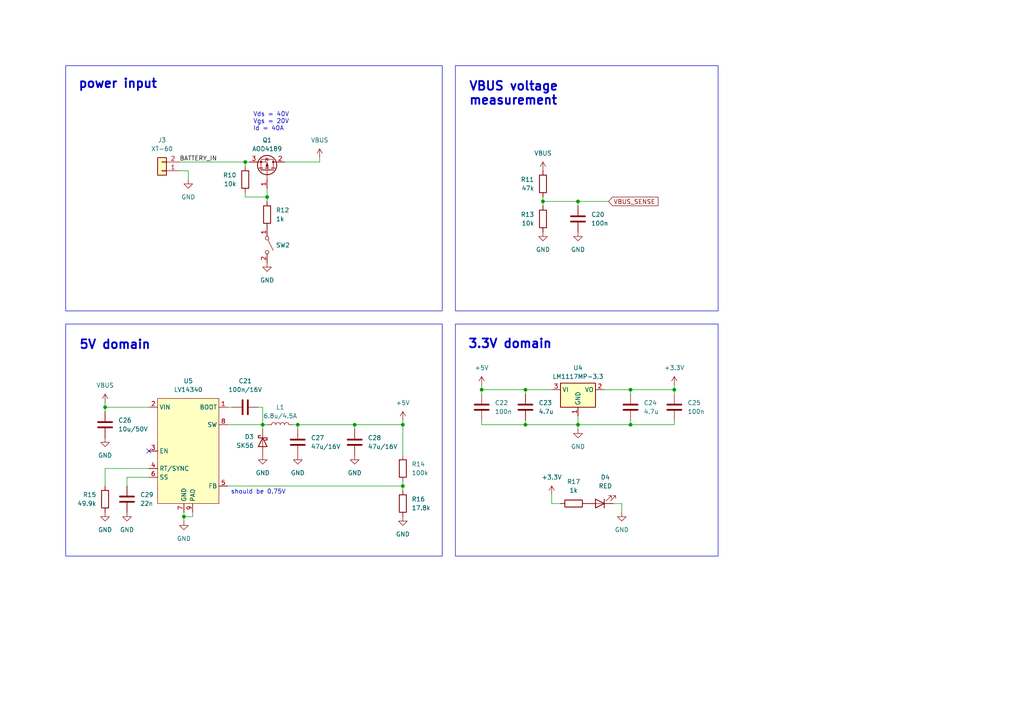
<source format=kicad_sch>
(kicad_sch (version 20231120) (generator "eeschema") (generator_version "8.0")
  (paper "A4")
  (title_block (title "Hogger2 Controller") (date "2025-02-20") (rev "V1.1") (comment 4 "Author: Eryk Możdżeń"))
  (lib_symbols
    (symbol "Connector_Generic:Conn_01x02" (pin_names (offset 1.016) hide)
      (property "Reference" "J" (at 0 2.54 0))
      (property "Value" "Conn_01x02" (at 0 -5.08 0))
      (symbol "Conn_01x02_1_1"
        (rectangle (start -1.27 -2.413) (end 0 -2.667) (stroke (width 0.1524)))
        (rectangle (start -1.27 0.127) (end 0 -0.127) (stroke (width 0.1524)))
        (rectangle (start -1.27 1.27) (end 1.27 -3.81) (stroke (width 0.254)) (fill (type background)))
        (pin passive line (at -5.08 0 0) (length 3.81) (name "Pin_1") (number "1"))
        (pin passive line (at -5.08 -2.54 0) (length 3.81) (name "Pin_2") (number "2"))
      )
    )
    (symbol "Device:C" (pin_numbers hide) (pin_names (offset 0.254))
      (property "Reference" "C" (at 0.635 2.54 0))
      (property "Value" "C" (at 0.635 -2.54 0))
      (symbol "C_0_1"
        (polyline (pts (xy -2.032 -0.762) (xy 2.032 -0.762)) (stroke (width 0.508)))
        (polyline (pts (xy -2.032 0.762) (xy 2.032 0.762)) (stroke (width 0.508)))
      )
      (symbol "C_1_1"
        (pin passive line (at 0 3.81 270) (length 2.794) (name "~") (number "1"))
        (pin passive line (at 0 -3.81 90) (length 2.794) (name "~") (number "2"))
      )
    )
    (symbol "Device:D_Schottky" (pin_numbers hide) (pin_names (offset 1.016) hide)
      (property "Reference" "D" (at 0 2.54 0))
      (property "Value" "D_Schottky" (at 0 -2.54 0))
      (symbol "D_Schottky_0_1"
        (polyline (pts (xy 1.27 0) (xy -1.27 0)))
        (polyline (pts (xy 1.27 1.27) (xy 1.27 -1.27) (xy -1.27 0) (xy 1.27 1.27)) (stroke (width 0.254)))
        (polyline (pts (xy -1.905 0.635) (xy -1.905 1.27) (xy -1.27 1.27) (xy -1.27 -1.27) (xy -0.635 -1.27) (xy -0.635 -0.635)) (stroke (width 0.254)))
      )
      (symbol "D_Schottky_1_1"
        (pin passive line (at -3.81 0 0) (length 2.54) (name "K") (number "1"))
        (pin passive line (at 3.81 0 180) (length 2.54) (name "A") (number "2"))
      )
    )
    (symbol "Device:L" (pin_numbers hide) (pin_names (offset 1.016) hide)
      (property "Reference" "L" (at -1.27 0 90))
      (property "Value" "L" (at 1.905 0 90))
      (symbol "L_0_1"
        (arc (start 0 -2.54) (mid 0.6323 -1.905) (end 0 -1.27))
        (arc (start 0 -1.27) (mid 0.6323 -0.635) (end 0 0))
        (arc (start 0 0) (mid 0.6323 0.635) (end 0 1.27))
        (arc (start 0 1.27) (mid 0.6323 1.905) (end 0 2.54))
      )
      (symbol "L_1_1"
        (pin passive line (at 0 3.81 270) (length 1.27) (name "1") (number "1"))
        (pin passive line (at 0 -3.81 90) (length 1.27) (name "2") (number "2"))
      )
    )
    (symbol "Device:LED" (pin_numbers hide) (pin_names (offset 1.016) hide)
      (property "Reference" "D" (at 0 2.54 0))
      (property "Value" "LED" (at 0 -2.54 0))
      (symbol "LED_0_1"
        (polyline (pts (xy -1.27 -1.27) (xy -1.27 1.27)) (stroke (width 0.254)))
        (polyline (pts (xy -1.27 0) (xy 1.27 0)))
        (polyline (pts (xy 1.27 -1.27) (xy 1.27 1.27) (xy -1.27 0) (xy 1.27 -1.27)) (stroke (width 0.254)))
        (polyline (pts (xy -3.048 -0.762) (xy -4.572 -2.286) (xy -3.81 -2.286) (xy -4.572 -2.286) (xy -4.572 -1.524)))
        (polyline (pts (xy -1.778 -0.762) (xy -3.302 -2.286) (xy -2.54 -2.286) (xy -3.302 -2.286) (xy -3.302 -1.524)))
      )
      (symbol "LED_1_1"
        (pin passive line (at -3.81 0 0) (length 2.54) (name "K") (number "1"))
        (pin passive line (at 3.81 0 180) (length 2.54) (name "A") (number "2"))
      )
    )
    (symbol "Device:Q_PMOS_GDS" (pin_names (offset 0) hide)
      (property "Reference" "Q" (at 5.08 1.27 0))
      (property "Value" "Q_PMOS_GDS" (at 5.08 -1.27 0))
      (symbol "Q_PMOS_GDS_0_1"
        (polyline (pts (xy 0.254 0) (xy -2.54 0)))
        (polyline (pts (xy 0.254 1.905) (xy 0.254 -1.905)) (stroke (width 0.254)))
        (polyline (pts (xy 0.762 -1.27) (xy 0.762 -2.286)) (stroke (width 0.254)))
        (polyline (pts (xy 0.762 0.508) (xy 0.762 -0.508)) (stroke (width 0.254)))
        (polyline (pts (xy 0.762 2.286) (xy 0.762 1.27)) (stroke (width 0.254)))
        (polyline (pts (xy 2.54 2.54) (xy 2.54 1.778)))
        (polyline (pts (xy 2.54 -2.54) (xy 2.54 0) (xy 0.762 0)))
        (polyline (pts (xy 0.762 1.778) (xy 3.302 1.778) (xy 3.302 -1.778) (xy 0.762 -1.778)))
        (polyline (pts (xy 2.286 0) (xy 1.27 0.381) (xy 1.27 -0.381) (xy 2.286 0)) (fill (type outline)))
        (polyline (pts (xy 2.794 -0.508) (xy 2.921 -0.381) (xy 3.683 -0.381) (xy 3.81 -0.254)))
        (polyline (pts (xy 3.302 -0.381) (xy 2.921 0.254) (xy 3.683 0.254) (xy 3.302 -0.381)))
        (circle (center 1.651 0) (radius 2.794) (stroke (width 0.254)))
        (circle (center 2.54 -1.778) (radius 0.254) (fill (type outline)))
        (circle (center 2.54 1.778) (radius 0.254) (fill (type outline)))
      )
      (symbol "Q_PMOS_GDS_1_1"
        (pin input line (at -5.08 0 0) (length 2.54) (name "G") (number "1"))
        (pin passive line (at 2.54 5.08 270) (length 2.54) (name "D") (number "2"))
        (pin passive line (at 2.54 -5.08 90) (length 2.54) (name "S") (number "3"))
      )
    )
    (symbol "Device:R" (pin_numbers hide) (pin_names (offset 0))
      (property "Reference" "R" (at 2.032 0 90))
      (property "Value" "R" (at 0 0 90))
      (symbol "R_0_1"
        (rectangle (start -1.016 -2.54) (end 1.016 2.54) (stroke (width 0.254)))
      )
      (symbol "R_1_1"
        (pin passive line (at 0 3.81 270) (length 1.27) (name "~") (number "1"))
        (pin passive line (at 0 -3.81 90) (length 1.27) (name "~") (number "2"))
      )
    )
    (symbol "Regulator_Linear:LM1117MP-3.3"
      (property "Reference" "U" (at -3.81 3.175 0))
      (property "Value" "LM1117MP-3.3" (at 0 3.175 0))
      (symbol "LM1117MP-3.3_0_1"
        (rectangle (start -5.08 -5.08) (end 5.08 1.905) (stroke (width 0.254)) (fill (type background)))
      )
      (symbol "LM1117MP-3.3_1_1"
        (pin power_in line (at 0 -7.62 90) (length 2.54) (name "GND") (number "1"))
        (pin power_out line (at 7.62 0 180) (length 2.54) (name "VO") (number "2"))
        (pin power_in line (at -7.62 0 0) (length 2.54) (name "VI") (number "3"))
      )
    )
    (symbol "Switch:SW_SPST" (pin_names (offset 0) hide)
      (property "Reference" "SW" (at 0 3.175 0))
      (property "Value" "SW_SPST" (at 0 -2.54 0))
      (symbol "SW_SPST_0_0"
        (circle (center -2.032 0) (radius 0.508))
        (polyline (pts (xy -1.524 0.254) (xy 1.524 1.778)))
        (circle (center 2.032 0) (radius 0.508))
      )
      (symbol "SW_SPST_1_1"
        (pin passive line (at -5.08 0 0) (length 2.54) (name "A") (number "1"))
        (pin passive line (at 5.08 0 180) (length 2.54) (name "B") (number "2"))
      )
    )
    (symbol "hogger2:LV14340"
      (property "Reference" "U" (at 0.254 18.796 0))
      (property "Value" "LV14340" (at 0.508 16.764 0))
      (symbol "LV14340_1_1"
        (rectangle (start -8.89 15.24) (end 8.89 -15.24) (fill (type background)))
        (pin passive line (at 11.43 12.7 180) (length 2.54) (name "BOOT") (number "1"))
        (pin passive line (at -11.43 12.7 0) (length 2.54) (name "VIN") (number "2"))
        (pin passive line (at -11.43 0 0) (length 2.54) (name "EN") (number "3"))
        (pin passive line (at -11.43 -5.08 0) (length 2.54) (name "RT/SYNC") (number "4"))
        (pin passive line (at 11.43 -10.16 180) (length 2.54) (name "FB") (number "5"))
        (pin passive line (at -11.43 -7.62 0) (length 2.54) (name "SS") (number "6"))
        (pin passive line (at -1.27 -17.78 90) (length 2.54) (name "GND") (number "7"))
        (pin passive line (at 11.43 7.62 180) (length 2.54) (name "SW") (number "8"))
        (pin passive line (at 1.27 -17.78 90) (length 2.54) (name "PAD") (number "9"))
      )
    )
    (symbol "power:+3.3V" (power) (pin_names (offset 0))
      (property "Value" "+3.3V" (at 0 3.556 0))
      (symbol "+3.3V_0_1"
        (polyline (pts (xy -0.762 1.27) (xy 0 2.54)))
        (polyline (pts (xy 0 0) (xy 0 2.54)))
        (polyline (pts (xy 0 2.54) (xy 0.762 1.27)))
      )
      (symbol "+3.3V_1_1"
        (pin power_in line (at 0 0 90) (length 0) hide (name "+3.3V") (number "1"))
      )
    )
    (symbol "power:+5V" (power) (pin_names (offset 0))
      (property "Value" "+5V" (at 0 3.556 0))
      (symbol "+5V_0_1"
        (polyline (pts (xy -0.762 1.27) (xy 0 2.54)))
        (polyline (pts (xy 0 0) (xy 0 2.54)))
        (polyline (pts (xy 0 2.54) (xy 0.762 1.27)))
      )
      (symbol "+5V_1_1"
        (pin power_in line (at 0 0 90) (length 0) hide (name "+5V") (number "1"))
      )
    )
    (symbol "power:GND" (power) (pin_names (offset 0))
      (property "Value" "GND" (at 0 -3.81 0))
      (symbol "GND_0_1"
        (polyline (pts (xy 0 0) (xy 0 -1.27) (xy 1.27 -1.27) (xy 0 -2.54) (xy -1.27 -1.27) (xy 0 -1.27)))
      )
      (symbol "GND_1_1"
        (pin power_in line (at 0 0 270) (length 0) hide (name "GND") (number "1"))
      )
    )
    (symbol "power:VBUS" (power) (pin_names (offset 0))
      (property "Value" "VBUS" (at 0 3.81 0))
      (symbol "VBUS_0_1"
        (polyline (pts (xy -0.762 1.27) (xy 0 2.54)))
        (polyline (pts (xy 0 0) (xy 0 2.54)))
        (polyline (pts (xy 0 2.54) (xy 0.762 1.27)))
      )
      (symbol "VBUS_1_1"
        (pin power_in line (at 0 0 90) (length 0) hide (name "VBUS") (number "1"))
      )
    )
  )
  (junction (at 102.87 123.19))
  (junction (at 116.84 140.97))
  (junction (at 116.84 123.19))
  (junction (at 157.48 58.42))
  (junction (at 167.64 58.42))
  (junction (at 86.36 123.19))
  (junction (at 76.2 123.19))
  (junction (at 152.4 113.03))
  (junction (at 182.88 123.19))
  (junction (at 195.58 113.03))
  (junction (at 167.64 123.19))
  (junction (at 71.12 46.99))
  (junction (at 152.4 123.19))
  (junction (at 139.7 113.03))
  (junction (at 182.88 113.03))
  (junction (at 77.47 57.15))
  (junction (at 53.34 149.86))
  (junction (at 30.48 118.11))
  (no_connect (at 43.18 130.81))
  (wire (pts (xy 167.64 120.65) (xy 167.64 123.19)))
  (wire (pts (xy 53.34 149.86) (xy 53.34 148.59)))
  (wire (pts (xy 139.7 121.92) (xy 139.7 123.19)))
  (wire (pts (xy 152.4 114.3) (xy 152.4 113.03)))
  (wire (pts (xy 36.83 138.43) (xy 36.83 140.97)))
  (wire (pts (xy 77.47 57.15) (xy 77.47 58.42)))
  (wire (pts (xy 67.31 118.11) (xy 66.04 118.11)))
  (wire (pts (xy 116.84 123.19) (xy 116.84 132.08)))
  (wire (pts (xy 30.48 116.84) (xy 30.48 118.11)))
  (wire (pts (xy 182.88 113.03) (xy 182.88 114.3)))
  (wire (pts (xy 71.12 55.88) (xy 71.12 57.15)))
  (wire (pts (xy 43.18 138.43) (xy 36.83 138.43)))
  (wire (pts (xy 160.02 143.51) (xy 160.02 146.05)))
  (wire (pts (xy 55.88 149.86) (xy 55.88 148.59)))
  (wire (pts (xy 157.48 57.15) (xy 157.48 58.42)))
  (wire (pts (xy 71.12 57.15) (xy 77.47 57.15)))
  (wire (pts (xy 76.2 123.19) (xy 76.2 124.46)))
  (wire (pts (xy 116.84 140.97) (xy 116.84 142.24)))
  (wire (pts (xy 167.64 123.19) (xy 182.88 123.19)))
  (wire (pts (xy 160.02 146.05) (xy 162.56 146.05)))
  (wire (pts (xy 180.34 146.05) (xy 180.34 148.59)))
  (wire (pts (xy 195.58 123.19) (xy 195.58 121.92)))
  (wire (pts (xy 71.12 46.99) (xy 71.12 48.26)))
  (wire (pts (xy 54.61 49.53) (xy 54.61 52.07)))
  (wire (pts (xy 116.84 139.7) (xy 116.84 140.97)))
  (wire (pts (xy 30.48 118.11) (xy 43.18 118.11)))
  (wire (pts (xy 139.7 113.03) (xy 152.4 113.03)))
  (wire (pts (xy 53.34 149.86) (xy 55.88 149.86)))
  (wire (pts (xy 116.84 121.92) (xy 116.84 123.19)))
  (wire (pts (xy 182.88 123.19) (xy 195.58 123.19)))
  (wire (pts (xy 139.7 123.19) (xy 152.4 123.19)))
  (wire (pts (xy 43.18 135.89) (xy 30.48 135.89)))
  (wire (pts (xy 85.09 123.19) (xy 86.36 123.19)))
  (wire (pts (xy 195.58 113.03) (xy 195.58 114.3)))
  (wire (pts (xy 167.64 58.42) (xy 176.53 58.42)))
  (wire (pts (xy 86.36 123.19) (xy 86.36 124.46)))
  (wire (pts (xy 152.4 123.19) (xy 167.64 123.19)))
  (wire (pts (xy 157.48 58.42) (xy 157.48 59.69)))
  (wire (pts (xy 92.71 46.99) (xy 92.71 45.72)))
  (wire (pts (xy 139.7 114.3) (xy 139.7 113.03)))
  (wire (pts (xy 53.34 151.13) (xy 53.34 149.86)))
  (wire (pts (xy 66.04 140.97) (xy 116.84 140.97)))
  (wire (pts (xy 195.58 111.76) (xy 195.58 113.03)))
  (wire (pts (xy 30.48 135.89) (xy 30.48 140.97)))
  (wire (pts (xy 152.4 113.03) (xy 160.02 113.03)))
  (wire (pts (xy 167.64 58.42) (xy 167.64 59.69)))
  (wire (pts (xy 52.07 49.53) (xy 54.61 49.53)))
  (wire (pts (xy 30.48 118.11) (xy 30.48 119.38)))
  (wire (pts (xy 71.12 46.99) (xy 72.39 46.99)))
  (wire (pts (xy 177.8 146.05) (xy 180.34 146.05)))
  (wire (pts (xy 76.2 123.19) (xy 77.47 123.19)))
  (wire (pts (xy 102.87 123.19) (xy 102.87 124.46)))
  (wire (pts (xy 182.88 113.03) (xy 195.58 113.03)))
  (wire (pts (xy 157.48 58.42) (xy 167.64 58.42)))
  (wire (pts (xy 102.87 123.19) (xy 116.84 123.19)))
  (wire (pts (xy 76.2 118.11) (xy 74.93 118.11)))
  (wire (pts (xy 182.88 123.19) (xy 182.88 121.92)))
  (wire (pts (xy 52.07 46.99) (xy 71.12 46.99)))
  (wire (pts (xy 152.4 123.19) (xy 152.4 121.92)))
  (wire (pts (xy 139.7 111.76) (xy 139.7 113.03)))
  (wire (pts (xy 76.2 123.19) (xy 76.2 118.11)))
  (wire (pts (xy 167.64 123.19) (xy 167.64 124.46)))
  (wire (pts (xy 86.36 123.19) (xy 102.87 123.19)))
  (wire (pts (xy 66.04 123.19) (xy 76.2 123.19)))
  (wire (pts (xy 77.47 54.61) (xy 77.47 57.15)))
  (wire (pts (xy 175.26 113.03) (xy 182.88 113.03)))
  (wire (pts (xy 82.55 46.99) (xy 92.71 46.99)))
  (rectangle (start 19.05 19.05) (end 128.27 90.17))
  (rectangle (start 132.08 19.05) (end 208.28 90.17))
  (rectangle (start 19.05 93.98) (end 128.27 161.29))
  (rectangle (start 132.08 93.98) (end 208.28 161.29))
  (text "5V domain" (at 22.86 100.076 0) (effects (font (size 2.54 2.54) (thickness 0.508) (bold yes)) (justify left)))
  (text "VBUS voltage\nmeasurement" (at 135.89 27.178 0) (effects (font (size 2.54 2.54) (thickness 0.508) (bold yes)) (justify left)))
  (text "3.3V domain" (at 135.636 99.822 0) (effects (font (size 2.54 2.54) (thickness 0.508) (bold yes)) (justify left)))
  (text "should be 0.75V" (at 74.93 142.748 0) (effects (font (size 1.27 1.27))))
  (text "Vds = 40V\nVgs = 20V\nId = 40A" (at 73.406 35.306 0) (effects (font (size 1.27 1.27)) (justify left)))
  (text "power input" (at 22.606 24.384 0) (effects (font (size 2.54 2.54) (thickness 0.508) (bold yes)) (justify left)))
  (label "BATTERY_IN" (at 52.07 46.99 0))
  (global_label "VBUS_SENSE" (shape input) (at 176.53 58.42 0) (property "Intersheetrefs" "${INTERSHEET_REFS}" (effects (hide yes))))
  (symbol (lib_id "power:+3.3V") (at 195.58 111.76 0) (unit 1)
    (property "Reference" "#PWR051" (effects (hide yes)))
    (property "Value" "+3.3V" (at 195.58 106.68 0))
    (property "Description" "Power symbol creates a global label with name \"+3.3V\"" (effects (hide yes)))
  )
  (symbol (lib_id "hogger2:LV14340") (at 54.61 130.81 0) (unit 1)
    (property "Reference" "U5" (at 54.61 110.49 0))
    (property "Value" "LV14340" (at 54.61 113.03 0))
    (property "Footprint" "hogger2:LV14340" (effects (hide yes)))
    (property "Datasheet" "https://www.ti.com/lit/ds/symlink/lv14340.pdf?ts=1711947482949&ref_url=https%253A%252F%252Fwww.ti.com%252Fsitesearch%252Fen-us%252Fdocs%252Funiversalsearch.tsp%253FlangPref%253Den-US%2526searchTerm%253DLV14340DDAR%2526nr%253D3" (effects (hide yes)))
  )
  (symbol (lib_id "Device:C") (at 36.83 144.78 0) (mirror y) (unit 1)
    (property "Reference" "C29" (at 40.64 143.5099 0) (effects (justify right)))
    (property "Value" "22n" (at 40.64 146.0499 0) (effects (justify right)))
    (property "Footprint" "Capacitor_SMD:C_0603_1608Metric" (effects (hide yes)))
    (property "Description" "Unpolarized capacitor" (effects (hide yes)))
  )
  (symbol (lib_id "power:GND") (at 167.64 124.46 0) (unit 1)
    (property "Reference" "#PWR054" (effects (hide yes)))
    (property "Value" "GND" (at 167.64 129.54 0))
    (property "Description" "Power symbol creates a global label with name \"GND\" , ground" (effects (hide yes)))
  )
  (symbol (lib_id "power:GND") (at 167.64 67.31 0) (unit 1)
    (property "Reference" "#PWR048" (effects (hide yes)))
    (property "Value" "GND" (at 167.64 72.39 0))
    (property "Description" "Power symbol creates a global label with name \"GND\" , ground" (effects (hide yes)))
  )
  (symbol (lib_id "Device:R") (at 30.48 144.78 0) (mirror y) (unit 1)
    (property "Reference" "R15" (at 27.94 143.5099 0) (effects (justify left)))
    (property "Value" "49.9k" (at 27.94 146.0499 0) (effects (justify left)))
    (property "Footprint" "Resistor_SMD:R_0603_1608Metric" (effects (hide yes)))
    (property "Description" "Resistor" (effects (hide yes)))
  )
  (symbol (lib_id "Switch:SW_SPST") (at 77.47 71.12 270) (unit 1)
    (property "Reference" "SW2" (at 80.01 71.1199 90) (effects (justify left)))
    (property "Value" "SW_SPST" (effects (hide yes)))
    (property "Footprint" "hogger2:JS102011SAQN" (effects (hide yes)))
    (property "Description" "Single Pole Single Throw (SPST) switch" (effects (hide yes)))
  )
  (symbol (lib_id "Device:L") (at 81.28 123.19 90) (unit 1)
    (property "Reference" "L1" (at 81.28 118.11 90))
    (property "Value" "6.8u/4.5A" (at 81.28 120.65 90))
    (property "Footprint" "hogger2:PA4341.XXXNLT" (effects (hide yes)))
    (property "Datasheet" "https://www.mouser.pl/datasheet/2/447/pulse_plei_s_a0006349355_1-2904706.pdf" (effects (hide yes)))
    (property "Description" "Inductor" (effects (hide yes)))
  )
  (symbol (lib_id "power:GND") (at 157.48 67.31 0) (unit 1)
    (property "Reference" "#PWR047" (effects (hide yes)))
    (property "Value" "GND" (at 157.48 72.39 0))
    (property "Description" "Power symbol creates a global label with name \"GND\" , ground" (effects (hide yes)))
  )
  (symbol (lib_id "power:GND") (at 76.2 132.08 0) (unit 1)
    (property "Reference" "#PWR056" (effects (hide yes)))
    (property "Value" "GND" (at 76.2 137.16 0))
    (property "Description" "Power symbol creates a global label with name \"GND\" , ground" (effects (hide yes)))
  )
  (symbol (lib_id "Regulator_Linear:LM1117MP-3.3") (at 167.64 113.03 0) (unit 1)
    (property "Reference" "U4" (at 167.64 106.68 0))
    (property "Value" "LM1117MP-3.3" (at 167.64 109.22 0))
    (property "Footprint" "Package_TO_SOT_SMD:SOT-223-3_TabPin2" (effects (hide yes)))
    (property "Datasheet" "http://www.ti.com/lit/ds/symlink/lm1117.pdf" (effects (hide yes)))
    (property "Description" "800mA Low-Dropout Linear Regulator, 3.3V fixed output, SOT-223" (effects (hide yes)))
  )
  (symbol (lib_id "Device:Q_PMOS_GDS") (at 77.47 49.53 270) (mirror x) (unit 1)
    (property "Reference" "Q1" (at 77.47 40.64 90))
    (property "Value" "AOD4189" (at 77.47 43.18 90))
    (property "Footprint" "Package_TO_SOT_SMD:TO-252-2" (effects (hide yes)))
    (property "Description" "P-MOSFET transistor, gate/drain/source" (effects (hide yes)))
  )
  (symbol (lib_id "Connector_Generic:Conn_01x02") (at 46.99 49.53 180) (unit 1)
    (property "Reference" "J3" (at 46.99 40.64 0))
    (property "Value" "XT-60" (at 46.99 43.18 0))
    (property "Footprint" "hogger2:XT60PW-M" (effects (hide yes)))
    (property "Description" "Generic connector, single row, 01x02, script generated (kicad-library-utils/schlib/autogen/connector/)" (effects (hide yes)))
  )
  (symbol (lib_id "Device:R") (at 116.84 135.89 0) (unit 1)
    (property "Reference" "R14" (at 119.38 134.6199 0) (effects (justify left)))
    (property "Value" "100k" (at 119.38 137.1599 0) (effects (justify left)))
    (property "Footprint" "Resistor_SMD:R_0603_1608Metric" (effects (hide yes)))
    (property "Description" "Resistor" (effects (hide yes)))
  )
  (symbol (lib_id "Device:C") (at 30.48 123.19 0) (mirror y) (unit 1)
    (property "Reference" "C26" (at 34.29 121.9199 0) (effects (justify right)))
    (property "Value" "10u/50V" (at 34.29 124.4599 0) (effects (justify right)))
    (property "Footprint" "Capacitor_SMD:C_1206_3216Metric" (effects (hide yes)))
    (property "Description" "Unpolarized capacitor" (effects (hide yes)))
  )
  (symbol (lib_id "power:VBUS") (at 92.71 45.72 0) (unit 1)
    (property "Reference" "#PWR044" (effects (hide yes)))
    (property "Value" "VBUS" (at 92.71 40.64 0))
    (property "Description" "Power symbol creates a global label with name \"VBUS\"" (effects (hide yes)))
  )
  (symbol (lib_id "Device:C") (at 86.36 128.27 0) (mirror y) (unit 1)
    (property "Reference" "C27" (at 90.17 126.9999 0) (effects (justify right)))
    (property "Value" "47u/16V" (at 90.17 129.5399 0) (effects (justify right)))
    (property "Footprint" "Capacitor_SMD:C_1210_3225Metric" (effects (hide yes)))
    (property "Description" "Unpolarized capacitor" (effects (hide yes)))
  )
  (symbol (lib_id "Device:R") (at 77.47 62.23 0) (unit 1)
    (property "Reference" "R12" (at 80.01 60.9599 0) (effects (justify left)))
    (property "Value" "1k" (at 80.01 63.4999 0) (effects (justify left)))
    (property "Footprint" "Resistor_SMD:R_0603_1608Metric" (effects (hide yes)))
    (property "Description" "Resistor" (effects (hide yes)))
  )
  (symbol (lib_id "Device:C") (at 195.58 118.11 0) (unit 1)
    (property "Reference" "C25" (at 199.39 116.8399 0) (effects (justify left)))
    (property "Value" "100n" (at 199.39 119.3799 0) (effects (justify left)))
    (property "Footprint" "Capacitor_SMD:C_0603_1608Metric" (effects (hide yes)))
    (property "Description" "Unpolarized capacitor" (effects (hide yes)))
  )
  (symbol (lib_id "Device:C") (at 167.64 63.5 0) (unit 1)
    (property "Reference" "C20" (at 171.45 62.2299 0) (effects (justify left)))
    (property "Value" "100n" (at 171.45 64.7699 0) (effects (justify left)))
    (property "Footprint" "Capacitor_SMD:C_0603_1608Metric" (effects (hide yes)))
    (property "Description" "Unpolarized capacitor" (effects (hide yes)))
  )
  (symbol (lib_id "Device:C") (at 139.7 118.11 0) (unit 1)
    (property "Reference" "C22" (at 143.51 116.8399 0) (effects (justify left)))
    (property "Value" "100n" (at 143.51 119.3799 0) (effects (justify left)))
    (property "Footprint" "Capacitor_SMD:C_0603_1608Metric" (effects (hide yes)))
    (property "Description" "Unpolarized capacitor" (effects (hide yes)))
  )
  (symbol (lib_id "Device:R") (at 157.48 63.5 0) (mirror y) (unit 1)
    (property "Reference" "R13" (at 154.94 62.2299 0) (effects (justify left)))
    (property "Value" "10k" (at 154.94 64.7699 0) (effects (justify left)))
    (property "Footprint" "Resistor_SMD:R_0603_1608Metric" (effects (hide yes)))
    (property "Description" "Resistor" (effects (hide yes)))
  )
  (symbol (lib_id "Device:C") (at 182.88 118.11 0) (unit 1)
    (property "Reference" "C24" (at 186.69 116.8399 0) (effects (justify left)))
    (property "Value" "4.7u" (at 186.69 119.3799 0) (effects (justify left)))
    (property "Footprint" "Capacitor_SMD:C_0603_1608Metric" (effects (hide yes)))
    (property "Description" "Unpolarized capacitor" (effects (hide yes)))
  )
  (symbol (lib_id "power:GND") (at 180.34 148.59 0) (unit 1)
    (property "Reference" "#PWR062" (effects (hide yes)))
    (property "Value" "GND" (at 180.34 153.67 0))
    (property "Description" "Power symbol creates a global label with name \"GND\" , ground" (effects (hide yes)))
  )
  (symbol (lib_id "power:GND") (at 102.87 132.08 0) (mirror y) (unit 1)
    (property "Reference" "#PWR058" (effects (hide yes)))
    (property "Value" "GND" (at 102.87 137.16 0))
    (property "Description" "Power symbol creates a global label with name \"GND\" , ground" (effects (hide yes)))
  )
  (symbol (lib_id "Device:LED") (at 173.99 146.05 180) (unit 1)
    (property "Reference" "D4" (at 175.5775 138.43 0))
    (property "Value" "RED" (at 175.5775 140.97 0))
    (property "Footprint" "LED_SMD:LED_0603_1608Metric" (effects (hide yes)))
    (property "Description" "Light emitting diode" (effects (hide yes)))
  )
  (symbol (lib_id "power:GND") (at 30.48 148.59 0) (unit 1)
    (property "Reference" "#PWR060" (effects (hide yes)))
    (property "Value" "GND" (at 30.48 153.67 0))
    (property "Description" "Power symbol creates a global label with name \"GND\" , ground" (effects (hide yes)))
  )
  (symbol (lib_id "power:GND") (at 77.47 76.2 0) (unit 1)
    (property "Reference" "#PWR049" (effects (hide yes)))
    (property "Value" "GND" (at 77.47 81.28 0))
    (property "Description" "Power symbol creates a global label with name \"GND\" , ground" (effects (hide yes)))
  )
  (symbol (lib_id "power:GND") (at 36.83 148.59 0) (unit 1)
    (property "Reference" "#PWR061" (effects (hide yes)))
    (property "Value" "GND" (at 36.83 153.67 0))
    (property "Description" "Power symbol creates a global label with name \"GND\" , ground" (effects (hide yes)))
  )
  (symbol (lib_id "power:GND") (at 116.84 149.86 0) (unit 1)
    (property "Reference" "#PWR063" (effects (hide yes)))
    (property "Value" "GND" (at 116.84 154.94 0))
    (property "Description" "Power symbol creates a global label with name \"GND\" , ground" (effects (hide yes)))
  )
  (symbol (lib_id "power:+5V") (at 116.84 121.92 0) (unit 1)
    (property "Reference" "#PWR053" (effects (hide yes)))
    (property "Value" "+5V" (at 116.84 116.84 0))
    (property "Description" "Power symbol creates a global label with name \"+5V\"" (effects (hide yes)))
  )
  (symbol (lib_id "power:GND") (at 54.61 52.07 0) (unit 1)
    (property "Reference" "#PWR046" (effects (hide yes)))
    (property "Value" "GND" (at 54.61 57.15 0))
    (property "Description" "Power symbol creates a global label with name \"GND\" , ground" (effects (hide yes)))
  )
  (symbol (lib_id "Device:R") (at 71.12 52.07 0) (mirror y) (unit 1)
    (property "Reference" "R10" (at 68.58 50.7999 0) (effects (justify left)))
    (property "Value" "10k" (at 68.58 53.3399 0) (effects (justify left)))
    (property "Footprint" "Resistor_SMD:R_0603_1608Metric" (effects (hide yes)))
    (property "Description" "Resistor" (effects (hide yes)))
  )
  (symbol (lib_id "Device:C") (at 152.4 118.11 0) (unit 1)
    (property "Reference" "C23" (at 156.21 116.8399 0) (effects (justify left)))
    (property "Value" "4.7u" (at 156.21 119.3799 0) (effects (justify left)))
    (property "Footprint" "Capacitor_SMD:C_0603_1608Metric" (effects (hide yes)))
    (property "Description" "Unpolarized capacitor" (effects (hide yes)))
  )
  (symbol (lib_id "power:GND") (at 53.34 151.13 0) (unit 1)
    (property "Reference" "#PWR064" (effects (hide yes)))
    (property "Value" "GND" (at 53.34 156.21 0))
    (property "Description" "Power symbol creates a global label with name \"GND\" , ground" (effects (hide yes)))
  )
  (symbol (lib_id "power:VBUS") (at 157.48 49.53 0) (unit 1)
    (property "Reference" "#PWR045" (effects (hide yes)))
    (property "Value" "VBUS" (at 157.48 44.45 0))
    (property "Description" "Power symbol creates a global label with name \"VBUS\"" (effects (hide yes)))
  )
  (symbol (lib_id "Device:R") (at 116.84 146.05 0) (unit 1)
    (property "Reference" "R16" (at 119.38 144.7799 0) (effects (justify left)))
    (property "Value" "17.8k" (at 119.38 147.3199 0) (effects (justify left)))
    (property "Footprint" "Resistor_SMD:R_0603_1608Metric" (effects (hide yes)))
    (property "Description" "Resistor" (effects (hide yes)))
  )
  (symbol (lib_id "Device:R") (at 166.37 146.05 90) (unit 1)
    (property "Reference" "R17" (at 166.37 139.7 90))
    (property "Value" "1k" (at 166.37 142.24 90))
    (property "Footprint" "Resistor_SMD:R_0603_1608Metric" (effects (hide yes)))
    (property "Description" "Resistor" (effects (hide yes)))
  )
  (symbol (lib_id "Device:C") (at 71.12 118.11 90) (unit 1)
    (property "Reference" "C21" (at 71.12 110.49 90))
    (property "Value" "100n/16V" (at 71.12 113.03 90))
    (property "Footprint" "Capacitor_SMD:C_0603_1608Metric" (effects (hide yes)))
    (property "Description" "Unpolarized capacitor" (effects (hide yes)))
  )
  (symbol (lib_id "power:+5V") (at 139.7 111.76 0) (unit 1)
    (property "Reference" "#PWR050" (effects (hide yes)))
    (property "Value" "+5V" (at 139.7 106.68 0))
    (property "Description" "Power symbol creates a global label with name \"+5V\"" (effects (hide yes)))
  )
  (symbol (lib_id "power:+3.3V") (at 160.02 143.51 0) (unit 1)
    (property "Reference" "#PWR059" (effects (hide yes)))
    (property "Value" "+3.3V" (at 160.02 138.43 0))
    (property "Description" "Power symbol creates a global label with name \"+3.3V\"" (effects (hide yes)))
  )
  (symbol (lib_id "Device:R") (at 157.48 53.34 0) (mirror y) (unit 1)
    (property "Reference" "R11" (at 154.94 52.0699 0) (effects (justify left)))
    (property "Value" "47k" (at 154.94 54.6099 0) (effects (justify left)))
    (property "Footprint" "Resistor_SMD:R_0603_1608Metric" (effects (hide yes)))
    (property "Description" "Resistor" (effects (hide yes)))
  )
  (symbol (lib_id "power:GND") (at 30.48 127 0) (unit 1)
    (property "Reference" "#PWR055" (effects (hide yes)))
    (property "Value" "GND" (at 30.48 132.08 0))
    (property "Description" "Power symbol creates a global label with name \"GND\" , ground" (effects (hide yes)))
  )
  (symbol (lib_id "power:VBUS") (at 30.48 116.84 0) (unit 1)
    (property "Reference" "#PWR052" (effects (hide yes)))
    (property "Value" "VBUS" (at 30.48 111.76 0))
    (property "Description" "Power symbol creates a global label with name \"VBUS\"" (effects (hide yes)))
  )
  (symbol (lib_id "power:GND") (at 86.36 132.08 0) (unit 1)
    (property "Reference" "#PWR057" (effects (hide yes)))
    (property "Value" "GND" (at 86.36 137.16 0))
    (property "Description" "Power symbol creates a global label with name \"GND\" , ground" (effects (hide yes)))
  )
  (symbol (lib_id "Device:D_Schottky") (at 76.2 128.27 90) (mirror x) (unit 1)
    (property "Reference" "D3" (at 73.66 126.6824 90) (effects (justify left)))
    (property "Value" "SK56" (at 73.66 129.2224 90) (effects (justify left)))
    (property "Footprint" "Diode_SMD:D_SMB" (effects (hide yes)))
    (property "Datasheet" "https://diotec.com/request/datasheet/sk52.pdf" (effects (hide yes)))
    (property "Description" "Schottky diode" (effects (hide yes)))
  )
  (symbol (lib_id "Device:C") (at 102.87 128.27 0) (mirror y) (unit 1)
    (property "Reference" "C28" (at 106.68 126.9999 0) (effects (justify right)))
    (property "Value" "47u/16V" (at 106.68 129.5399 0) (effects (justify right)))
    (property "Footprint" "Capacitor_SMD:C_1210_3225Metric" (effects (hide yes)))
    (property "Description" "Unpolarized capacitor" (effects (hide yes)))
  )
)
</source>
